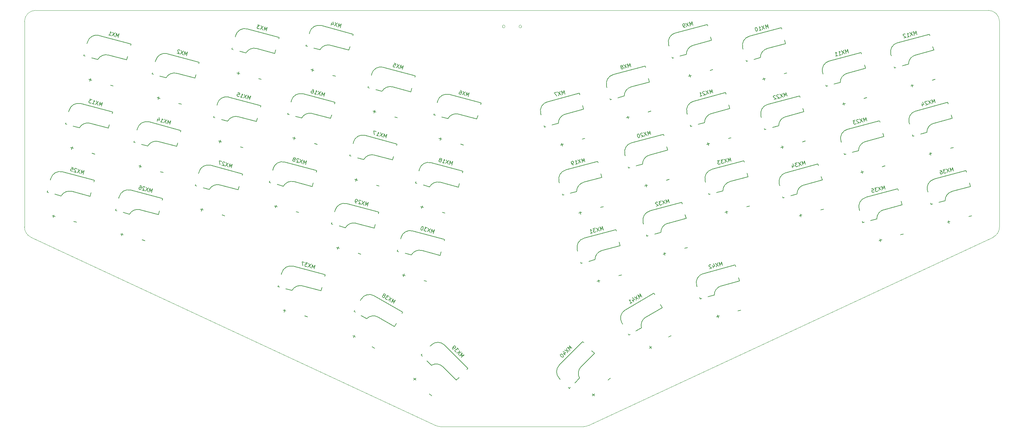
<source format=gbr>
%TF.GenerationSoftware,KiCad,Pcbnew,(5.1.6)-1*%
%TF.CreationDate,2020-07-11T10:23:58-05:00*%
%TF.ProjectId,ErgoChoco,4572676f-4368-46f6-936f-2e6b69636164,v1.0*%
%TF.SameCoordinates,Original*%
%TF.FileFunction,Legend,Bot*%
%TF.FilePolarity,Positive*%
%FSLAX46Y46*%
G04 Gerber Fmt 4.6, Leading zero omitted, Abs format (unit mm)*
G04 Created by KiCad (PCBNEW (5.1.6)-1) date 2020-07-11 10:23:58*
%MOMM*%
%LPD*%
G01*
G04 APERTURE LIST*
%TA.AperFunction,Profile*%
%ADD10C,0.050000*%
%TD*%
%ADD11C,0.150000*%
%TA.AperFunction,Profile*%
%ADD12C,0.001000*%
%TD*%
G04 APERTURE END LIST*
D10*
X276431250Y-49500000D02*
G75*
G02*
X279431250Y-52500000I0J-3000000D01*
G01*
X279431245Y-107828643D02*
G75*
G02*
X277699100Y-110547560I-2999995J3D01*
G01*
X169034025Y-161218923D02*
G75*
G02*
X167766170Y-161500000I-1267855J2718923D01*
G01*
X129096333Y-161499995D02*
G75*
G02*
X127828480Y-161218920I-3J2999995D01*
G01*
X19163395Y-110547563D02*
G75*
G02*
X17431250Y-107828640I1267855J2718923D01*
G01*
X17431250Y-52500000D02*
G75*
G02*
X20431250Y-49500000I3000000J0D01*
G01*
X17431250Y-107828640D02*
X17431250Y-52500000D01*
X127828480Y-161218920D02*
X19163400Y-110547560D01*
X167766170Y-161500000D02*
X129096330Y-161500000D01*
X277699100Y-110547560D02*
X169034020Y-161218920D01*
X279431250Y-52500000D02*
X279431250Y-107828640D01*
X20431250Y-49500000D02*
X276431250Y-49500000D01*
D11*
%TO.C,MX40*%
X163581451Y-150981708D02*
X163850859Y-151251115D01*
X169867631Y-141103426D02*
X170586051Y-141821846D01*
X170586051Y-141821846D02*
X166993949Y-145413949D01*
X166598562Y-148503413D02*
X165377503Y-149724472D01*
X164120267Y-150981708D02*
X163850859Y-151251115D01*
X161156782Y-148557038D02*
X161426190Y-148826446D01*
X161156782Y-144964936D02*
X167442962Y-138678757D01*
X167442962Y-138678757D02*
X167712369Y-138948164D01*
X166590295Y-148480000D02*
G75*
G02*
X166993949Y-145413949I2199705J1270000D01*
G01*
X161156783Y-148557039D02*
G75*
G02*
X161156782Y-144964936I1796051J1796052D01*
G01*
%TO.C,MX15*%
X68359331Y-77955118D02*
X68260721Y-78323136D01*
X80057264Y-78459969D02*
X79794304Y-79441349D01*
X79794304Y-79441349D02*
X74887400Y-78126548D01*
X72014152Y-79328865D02*
X70346155Y-78881926D01*
X68628739Y-78421746D02*
X68260721Y-78323136D01*
X69246822Y-74642959D02*
X69148212Y-75010977D01*
X72357674Y-72846908D02*
X80944754Y-75147809D01*
X80944754Y-75147809D02*
X80846144Y-75515827D01*
X72030295Y-79310000D02*
G75*
G02*
X74887400Y-78126548I2199705J-1270000D01*
G01*
X69246822Y-74642958D02*
G75*
G02*
X72357674Y-72846908I2453451J-657401D01*
G01*
D12*
%TO.C,J1*%
X150330750Y-53924500D02*
X150330750Y-53850000D01*
X150981750Y-53775500D02*
X150981750Y-53850000D01*
X150331250Y-53850000D02*
X150331250Y-53775000D01*
X150981250Y-53850000D02*
X150981250Y-53925000D01*
X145880750Y-53924500D02*
X145880750Y-53850000D01*
X146531750Y-53775500D02*
X146531750Y-53850000D01*
X145881250Y-53850000D02*
X145881250Y-53775000D01*
X146531250Y-53850000D02*
X146531250Y-53925000D01*
X150656250Y-54250000D02*
G75*
G02*
X150330750Y-53924500I0J325500D01*
G01*
X150656250Y-53450000D02*
G75*
G02*
X150981750Y-53775500I0J-325500D01*
G01*
X150331250Y-53775000D02*
G75*
G02*
X150656250Y-53450000I325000J0D01*
G01*
X150981250Y-53925000D02*
G75*
G02*
X150656250Y-54250000I-325000J0D01*
G01*
X146206250Y-54250000D02*
G75*
G02*
X145880750Y-53924500I0J325500D01*
G01*
X146206250Y-53450000D02*
G75*
G02*
X146531750Y-53775500I0J-325500D01*
G01*
X145881250Y-53775000D02*
G75*
G02*
X146206250Y-53450000I325000J0D01*
G01*
X146531250Y-53925000D02*
G75*
G02*
X146206250Y-54250000I-325000J0D01*
G01*
D11*
%TO.C,MX1*%
X33469331Y-61365118D02*
X33370721Y-61733136D01*
X45167264Y-61869969D02*
X44904304Y-62851349D01*
X44904304Y-62851349D02*
X39997400Y-61536548D01*
X37124152Y-62738865D02*
X35456155Y-62291926D01*
X33738739Y-61831746D02*
X33370721Y-61733136D01*
X34356822Y-58052959D02*
X34258212Y-58420977D01*
X37467674Y-56256908D02*
X46054754Y-58557809D01*
X46054754Y-58557809D02*
X45956144Y-58925827D01*
X37140295Y-62720000D02*
G75*
G02*
X39997400Y-61536548I2199705J-1270000D01*
G01*
X34356822Y-58052958D02*
G75*
G02*
X37467674Y-56256908I2453451J-657401D01*
G01*
%TO.C,MX2*%
X51819331Y-66275118D02*
X51720721Y-66643136D01*
X63517264Y-66779969D02*
X63254304Y-67761349D01*
X63254304Y-67761349D02*
X58347400Y-66446548D01*
X55474152Y-67648865D02*
X53806155Y-67201926D01*
X52088739Y-66741746D02*
X51720721Y-66643136D01*
X52706822Y-62962959D02*
X52608212Y-63330977D01*
X55817674Y-61166908D02*
X64404754Y-63467809D01*
X64404754Y-63467809D02*
X64306144Y-63835827D01*
X55490295Y-67630000D02*
G75*
G02*
X58347400Y-66446548I2199705J-1270000D01*
G01*
X52706822Y-62962958D02*
G75*
G02*
X55817674Y-61166908I2453451J-657401D01*
G01*
%TO.C,MX3*%
X73279331Y-59605118D02*
X73180721Y-59973136D01*
X84977264Y-60109969D02*
X84714304Y-61091349D01*
X84714304Y-61091349D02*
X79807400Y-59776548D01*
X76934152Y-60978865D02*
X75266155Y-60531926D01*
X73548739Y-60071746D02*
X73180721Y-59973136D01*
X74166822Y-56292959D02*
X74068212Y-56660977D01*
X77277674Y-54496908D02*
X85864754Y-56797809D01*
X85864754Y-56797809D02*
X85766144Y-57165827D01*
X76950295Y-60960000D02*
G75*
G02*
X79807400Y-59776548I2199705J-1270000D01*
G01*
X74166822Y-56292958D02*
G75*
G02*
X77277674Y-54496908I2453451J-657401D01*
G01*
%TO.C,MX4*%
X93179331Y-58725118D02*
X93080721Y-59093136D01*
X104877264Y-59229969D02*
X104614304Y-60211349D01*
X104614304Y-60211349D02*
X99707400Y-58896548D01*
X96834152Y-60098865D02*
X95166155Y-59651926D01*
X93448739Y-59191746D02*
X93080721Y-59093136D01*
X94066822Y-55412959D02*
X93968212Y-55780977D01*
X97177674Y-53616908D02*
X105764754Y-55917809D01*
X105764754Y-55917809D02*
X105666144Y-56285827D01*
X96850295Y-60080000D02*
G75*
G02*
X99707400Y-58896548I2199705J-1270000D01*
G01*
X94066822Y-55412958D02*
G75*
G02*
X97177674Y-53616908I2453451J-657401D01*
G01*
%TO.C,MX5*%
X109849331Y-69925118D02*
X109750721Y-70293136D01*
X121547264Y-70429969D02*
X121284304Y-71411349D01*
X121284304Y-71411349D02*
X116377400Y-70096548D01*
X113504152Y-71298865D02*
X111836155Y-70851926D01*
X110118739Y-70391746D02*
X109750721Y-70293136D01*
X110736822Y-66612959D02*
X110638212Y-66980977D01*
X113847674Y-64816908D02*
X122434754Y-67117809D01*
X122434754Y-67117809D02*
X122336144Y-67485827D01*
X113520295Y-71280000D02*
G75*
G02*
X116377400Y-70096548I2199705J-1270000D01*
G01*
X110736822Y-66612958D02*
G75*
G02*
X113847674Y-64816908I2453451J-657401D01*
G01*
%TO.C,MX6*%
X127559331Y-77255118D02*
X127460721Y-77623136D01*
X139257264Y-77759969D02*
X138994304Y-78741349D01*
X138994304Y-78741349D02*
X134087400Y-77426548D01*
X131214152Y-78628865D02*
X129546155Y-78181926D01*
X127828739Y-77721746D02*
X127460721Y-77623136D01*
X128446822Y-73942959D02*
X128348212Y-74310977D01*
X131557674Y-72146908D02*
X140144754Y-74447809D01*
X140144754Y-74447809D02*
X140046144Y-74815827D01*
X131230295Y-78610000D02*
G75*
G02*
X134087400Y-77426548I2199705J-1270000D01*
G01*
X128446822Y-73942958D02*
G75*
G02*
X131557674Y-72146908I2453451J-657401D01*
G01*
%TO.C,MX7*%
X157033411Y-80542120D02*
X157132021Y-80910138D01*
X167416543Y-75130367D02*
X167679503Y-76111748D01*
X167679503Y-76111748D02*
X162772600Y-77426548D01*
X160885452Y-79904409D02*
X159217455Y-80351348D01*
X157500039Y-80811528D02*
X157132021Y-80910138D01*
X156145920Y-77229961D02*
X156244530Y-77597978D01*
X157941972Y-74119109D02*
X166529052Y-71818207D01*
X166529052Y-71818207D02*
X166627662Y-72186225D01*
X160890000Y-79880000D02*
G75*
G02*
X162772600Y-77426548I2540000J0D01*
G01*
X156145921Y-77229960D02*
G75*
G02*
X157941972Y-74119109I2453451J657400D01*
G01*
%TO.C,MX8*%
X174743411Y-73212120D02*
X174842021Y-73580138D01*
X185126543Y-67800367D02*
X185389503Y-68781748D01*
X185389503Y-68781748D02*
X180482600Y-70096548D01*
X178595452Y-72574409D02*
X176927455Y-73021348D01*
X175210039Y-73481528D02*
X174842021Y-73580138D01*
X173855920Y-69899961D02*
X173954530Y-70267978D01*
X175651972Y-66789109D02*
X184239052Y-64488207D01*
X184239052Y-64488207D02*
X184337662Y-64856225D01*
X178600000Y-72550000D02*
G75*
G02*
X180482600Y-70096548I2540000J0D01*
G01*
X173855921Y-69899960D02*
G75*
G02*
X175651972Y-66789109I2453451J657400D01*
G01*
%TO.C,MX9*%
X191413411Y-62012120D02*
X191512021Y-62380138D01*
X201796543Y-56600367D02*
X202059503Y-57581748D01*
X202059503Y-57581748D02*
X197152600Y-58896548D01*
X195265452Y-61374409D02*
X193597455Y-61821348D01*
X191880039Y-62281528D02*
X191512021Y-62380138D01*
X190525920Y-58699961D02*
X190624530Y-59067978D01*
X192321972Y-55589109D02*
X200909052Y-53288207D01*
X200909052Y-53288207D02*
X201007662Y-53656225D01*
X195270000Y-61350000D02*
G75*
G02*
X197152600Y-58896548I2540000J0D01*
G01*
X190525921Y-58699960D02*
G75*
G02*
X192321972Y-55589109I2453451J657400D01*
G01*
%TO.C,MX10*%
X211313411Y-62892120D02*
X211412021Y-63260138D01*
X221696543Y-57480367D02*
X221959503Y-58461748D01*
X221959503Y-58461748D02*
X217052600Y-59776548D01*
X215165452Y-62254409D02*
X213497455Y-62701348D01*
X211780039Y-63161528D02*
X211412021Y-63260138D01*
X210425920Y-59579961D02*
X210524530Y-59947978D01*
X212221972Y-56469109D02*
X220809052Y-54168207D01*
X220809052Y-54168207D02*
X220907662Y-54536225D01*
X215170000Y-62230000D02*
G75*
G02*
X217052600Y-59776548I2540000J0D01*
G01*
X210425921Y-59579960D02*
G75*
G02*
X212221972Y-56469109I2453451J657400D01*
G01*
%TO.C,MX11*%
X232773411Y-69562120D02*
X232872021Y-69930138D01*
X243156543Y-64150367D02*
X243419503Y-65131748D01*
X243419503Y-65131748D02*
X238512600Y-66446548D01*
X236625452Y-68924409D02*
X234957455Y-69371348D01*
X233240039Y-69831528D02*
X232872021Y-69930138D01*
X231885920Y-66249961D02*
X231984530Y-66617978D01*
X233681972Y-63139109D02*
X242269052Y-60838207D01*
X242269052Y-60838207D02*
X242367662Y-61206225D01*
X236630000Y-68900000D02*
G75*
G02*
X238512600Y-66446548I2540000J0D01*
G01*
X231885921Y-66249960D02*
G75*
G02*
X233681972Y-63139109I2453451J657400D01*
G01*
%TO.C,MX12*%
X251123411Y-64652120D02*
X251222021Y-65020138D01*
X261506543Y-59240367D02*
X261769503Y-60221748D01*
X261769503Y-60221748D02*
X256862600Y-61536548D01*
X254975452Y-64014409D02*
X253307455Y-64461348D01*
X251590039Y-64921528D02*
X251222021Y-65020138D01*
X250235920Y-61339961D02*
X250334530Y-61707978D01*
X252031972Y-58229109D02*
X260619052Y-55928207D01*
X260619052Y-55928207D02*
X260717662Y-56296225D01*
X254980000Y-63990000D02*
G75*
G02*
X256862600Y-61536548I2540000J0D01*
G01*
X250235921Y-61339960D02*
G75*
G02*
X252031972Y-58229109I2453451J657400D01*
G01*
%TO.C,MX13*%
X28549331Y-79715118D02*
X28450721Y-80083136D01*
X40247264Y-80219969D02*
X39984304Y-81201349D01*
X39984304Y-81201349D02*
X35077400Y-79886548D01*
X32204152Y-81088865D02*
X30536155Y-80641926D01*
X28818739Y-80181746D02*
X28450721Y-80083136D01*
X29436822Y-76402959D02*
X29338212Y-76770977D01*
X32547674Y-74606908D02*
X41134754Y-76907809D01*
X41134754Y-76907809D02*
X41036144Y-77275827D01*
X32220295Y-81070000D02*
G75*
G02*
X35077400Y-79886548I2199705J-1270000D01*
G01*
X29436822Y-76402958D02*
G75*
G02*
X32547674Y-74606908I2453451J-657401D01*
G01*
%TO.C,MX14*%
X46899331Y-84635118D02*
X46800721Y-85003136D01*
X58597264Y-85139969D02*
X58334304Y-86121349D01*
X58334304Y-86121349D02*
X53427400Y-84806548D01*
X50554152Y-86008865D02*
X48886155Y-85561926D01*
X47168739Y-85101746D02*
X46800721Y-85003136D01*
X47786822Y-81322959D02*
X47688212Y-81690977D01*
X50897674Y-79526908D02*
X59484754Y-81827809D01*
X59484754Y-81827809D02*
X59386144Y-82195827D01*
X50570295Y-85990000D02*
G75*
G02*
X53427400Y-84806548I2199705J-1270000D01*
G01*
X47786822Y-81322958D02*
G75*
G02*
X50897674Y-79526908I2453451J-657401D01*
G01*
%TO.C,MX16*%
X88269331Y-77085118D02*
X88170721Y-77453136D01*
X99967264Y-77589969D02*
X99704304Y-78571349D01*
X99704304Y-78571349D02*
X94797400Y-77256548D01*
X91924152Y-78458865D02*
X90256155Y-78011926D01*
X88538739Y-77551746D02*
X88170721Y-77453136D01*
X89156822Y-73772959D02*
X89058212Y-74140977D01*
X92267674Y-71976908D02*
X100854754Y-74277809D01*
X100854754Y-74277809D02*
X100756144Y-74645827D01*
X91940295Y-78440000D02*
G75*
G02*
X94797400Y-77256548I2199705J-1270000D01*
G01*
X89156822Y-73772958D02*
G75*
G02*
X92267674Y-71976908I2453451J-657401D01*
G01*
%TO.C,MX17*%
X104939331Y-88275118D02*
X104840721Y-88643136D01*
X116637264Y-88779969D02*
X116374304Y-89761349D01*
X116374304Y-89761349D02*
X111467400Y-88446548D01*
X108594152Y-89648865D02*
X106926155Y-89201926D01*
X105208739Y-88741746D02*
X104840721Y-88643136D01*
X105826822Y-84962959D02*
X105728212Y-85330977D01*
X108937674Y-83166908D02*
X117524754Y-85467809D01*
X117524754Y-85467809D02*
X117426144Y-85835827D01*
X108610295Y-89630000D02*
G75*
G02*
X111467400Y-88446548I2199705J-1270000D01*
G01*
X105826822Y-84962958D02*
G75*
G02*
X108937674Y-83166908I2453451J-657401D01*
G01*
%TO.C,MX18*%
X122639331Y-95605118D02*
X122540721Y-95973136D01*
X134337264Y-96109969D02*
X134074304Y-97091349D01*
X134074304Y-97091349D02*
X129167400Y-95776548D01*
X126294152Y-96978865D02*
X124626155Y-96531926D01*
X122908739Y-96071746D02*
X122540721Y-95973136D01*
X123526822Y-92292959D02*
X123428212Y-92660977D01*
X126637674Y-90496908D02*
X135224754Y-92797809D01*
X135224754Y-92797809D02*
X135126144Y-93165827D01*
X126310295Y-96960000D02*
G75*
G02*
X129167400Y-95776548I2199705J-1270000D01*
G01*
X123526822Y-92292958D02*
G75*
G02*
X126637674Y-90496908I2453451J-657401D01*
G01*
%TO.C,MX19*%
X161953411Y-98892120D02*
X162052021Y-99260138D01*
X172336543Y-93480367D02*
X172599503Y-94461748D01*
X172599503Y-94461748D02*
X167692600Y-95776548D01*
X165805452Y-98254409D02*
X164137455Y-98701348D01*
X162420039Y-99161528D02*
X162052021Y-99260138D01*
X161065920Y-95579961D02*
X161164530Y-95947978D01*
X162861972Y-92469109D02*
X171449052Y-90168207D01*
X171449052Y-90168207D02*
X171547662Y-90536225D01*
X165810000Y-98230000D02*
G75*
G02*
X167692600Y-95776548I2540000J0D01*
G01*
X161065921Y-95579960D02*
G75*
G02*
X162861972Y-92469109I2453451J657400D01*
G01*
%TO.C,MX20*%
X179653411Y-91562120D02*
X179752021Y-91930138D01*
X190036543Y-86150367D02*
X190299503Y-87131748D01*
X190299503Y-87131748D02*
X185392600Y-88446548D01*
X183505452Y-90924409D02*
X181837455Y-91371348D01*
X180120039Y-91831528D02*
X179752021Y-91930138D01*
X178765920Y-88249961D02*
X178864530Y-88617978D01*
X180561972Y-85139109D02*
X189149052Y-82838207D01*
X189149052Y-82838207D02*
X189247662Y-83206225D01*
X183510000Y-90900000D02*
G75*
G02*
X185392600Y-88446548I2540000J0D01*
G01*
X178765921Y-88249960D02*
G75*
G02*
X180561972Y-85139109I2453451J657400D01*
G01*
%TO.C,MX21*%
X196323411Y-80372120D02*
X196422021Y-80740138D01*
X206706543Y-74960367D02*
X206969503Y-75941748D01*
X206969503Y-75941748D02*
X202062600Y-77256548D01*
X200175452Y-79734409D02*
X198507455Y-80181348D01*
X196790039Y-80641528D02*
X196422021Y-80740138D01*
X195435920Y-77059961D02*
X195534530Y-77427978D01*
X197231972Y-73949109D02*
X205819052Y-71648207D01*
X205819052Y-71648207D02*
X205917662Y-72016225D01*
X200180000Y-79710000D02*
G75*
G02*
X202062600Y-77256548I2540000J0D01*
G01*
X195435921Y-77059960D02*
G75*
G02*
X197231972Y-73949109I2453451J657400D01*
G01*
%TO.C,MX22*%
X216233411Y-81242120D02*
X216332021Y-81610138D01*
X226616543Y-75830367D02*
X226879503Y-76811748D01*
X226879503Y-76811748D02*
X221972600Y-78126548D01*
X220085452Y-80604409D02*
X218417455Y-81051348D01*
X216700039Y-81511528D02*
X216332021Y-81610138D01*
X215345920Y-77929961D02*
X215444530Y-78297978D01*
X217141972Y-74819109D02*
X225729052Y-72518207D01*
X225729052Y-72518207D02*
X225827662Y-72886225D01*
X220090000Y-80580000D02*
G75*
G02*
X221972600Y-78126548I2540000J0D01*
G01*
X215345921Y-77929960D02*
G75*
G02*
X217141972Y-74819109I2453451J657400D01*
G01*
%TO.C,MX23*%
X237693411Y-87922120D02*
X237792021Y-88290138D01*
X248076543Y-82510367D02*
X248339503Y-83491748D01*
X248339503Y-83491748D02*
X243432600Y-84806548D01*
X241545452Y-87284409D02*
X239877455Y-87731348D01*
X238160039Y-88191528D02*
X237792021Y-88290138D01*
X236805920Y-84609961D02*
X236904530Y-84977978D01*
X238601972Y-81499109D02*
X247189052Y-79198207D01*
X247189052Y-79198207D02*
X247287662Y-79566225D01*
X241550000Y-87260000D02*
G75*
G02*
X243432600Y-84806548I2540000J0D01*
G01*
X236805921Y-84609960D02*
G75*
G02*
X238601972Y-81499109I2453451J657400D01*
G01*
%TO.C,MX24*%
X256043411Y-83002120D02*
X256142021Y-83370138D01*
X266426543Y-77590367D02*
X266689503Y-78571748D01*
X266689503Y-78571748D02*
X261782600Y-79886548D01*
X259895452Y-82364409D02*
X258227455Y-82811348D01*
X256510039Y-83271528D02*
X256142021Y-83370138D01*
X255155920Y-79689961D02*
X255254530Y-80057978D01*
X256951972Y-76579109D02*
X265539052Y-74278207D01*
X265539052Y-74278207D02*
X265637662Y-74646225D01*
X259900000Y-82340000D02*
G75*
G02*
X261782600Y-79886548I2540000J0D01*
G01*
X255155921Y-79689960D02*
G75*
G02*
X256951972Y-76579109I2453451J657400D01*
G01*
%TO.C,MX25*%
X23629331Y-98065118D02*
X23530721Y-98433136D01*
X35327264Y-98569969D02*
X35064304Y-99551349D01*
X35064304Y-99551349D02*
X30157400Y-98236548D01*
X27284152Y-99438865D02*
X25616155Y-98991926D01*
X23898739Y-98531746D02*
X23530721Y-98433136D01*
X24516822Y-94752959D02*
X24418212Y-95120977D01*
X27627674Y-92956908D02*
X36214754Y-95257809D01*
X36214754Y-95257809D02*
X36116144Y-95625827D01*
X27300295Y-99420000D02*
G75*
G02*
X30157400Y-98236548I2199705J-1270000D01*
G01*
X24516822Y-94752958D02*
G75*
G02*
X27627674Y-92956908I2453451J-657401D01*
G01*
%TO.C,MX26*%
X41989331Y-102985118D02*
X41890721Y-103353136D01*
X53687264Y-103489969D02*
X53424304Y-104471349D01*
X53424304Y-104471349D02*
X48517400Y-103156548D01*
X45644152Y-104358865D02*
X43976155Y-103911926D01*
X42258739Y-103451746D02*
X41890721Y-103353136D01*
X42876822Y-99672959D02*
X42778212Y-100040977D01*
X45987674Y-97876908D02*
X54574754Y-100177809D01*
X54574754Y-100177809D02*
X54476144Y-100545827D01*
X45660295Y-104340000D02*
G75*
G02*
X48517400Y-103156548I2199705J-1270000D01*
G01*
X42876822Y-99672958D02*
G75*
G02*
X45987674Y-97876908I2453451J-657401D01*
G01*
%TO.C,MX27*%
X63439331Y-96315118D02*
X63340721Y-96683136D01*
X75137264Y-96819969D02*
X74874304Y-97801349D01*
X74874304Y-97801349D02*
X69967400Y-96486548D01*
X67094152Y-97688865D02*
X65426155Y-97241926D01*
X63708739Y-96781746D02*
X63340721Y-96683136D01*
X64326822Y-93002959D02*
X64228212Y-93370977D01*
X67437674Y-91206908D02*
X76024754Y-93507809D01*
X76024754Y-93507809D02*
X75926144Y-93875827D01*
X67110295Y-97670000D02*
G75*
G02*
X69967400Y-96486548I2199705J-1270000D01*
G01*
X64326822Y-93002958D02*
G75*
G02*
X67437674Y-91206908I2453451J-657401D01*
G01*
%TO.C,MX28*%
X83349331Y-95435118D02*
X83250721Y-95803136D01*
X95047264Y-95939969D02*
X94784304Y-96921349D01*
X94784304Y-96921349D02*
X89877400Y-95606548D01*
X87004152Y-96808865D02*
X85336155Y-96361926D01*
X83618739Y-95901746D02*
X83250721Y-95803136D01*
X84236822Y-92122959D02*
X84138212Y-92490977D01*
X87347674Y-90326908D02*
X95934754Y-92627809D01*
X95934754Y-92627809D02*
X95836144Y-92995827D01*
X87020295Y-96790000D02*
G75*
G02*
X89877400Y-95606548I2199705J-1270000D01*
G01*
X84236822Y-92122958D02*
G75*
G02*
X87347674Y-90326908I2453451J-657401D01*
G01*
%TO.C,MX29*%
X100019331Y-106625118D02*
X99920721Y-106993136D01*
X111717264Y-107129969D02*
X111454304Y-108111349D01*
X111454304Y-108111349D02*
X106547400Y-106796548D01*
X103674152Y-107998865D02*
X102006155Y-107551926D01*
X100288739Y-107091746D02*
X99920721Y-106993136D01*
X100906822Y-103312959D02*
X100808212Y-103680977D01*
X104017674Y-101516908D02*
X112604754Y-103817809D01*
X112604754Y-103817809D02*
X112506144Y-104185827D01*
X103690295Y-107980000D02*
G75*
G02*
X106547400Y-106796548I2199705J-1270000D01*
G01*
X100906822Y-103312958D02*
G75*
G02*
X104017674Y-101516908I2453451J-657401D01*
G01*
%TO.C,MX30*%
X117719331Y-113965118D02*
X117620721Y-114333136D01*
X129417264Y-114469969D02*
X129154304Y-115451349D01*
X129154304Y-115451349D02*
X124247400Y-114136548D01*
X121374152Y-115338865D02*
X119706155Y-114891926D01*
X117988739Y-114431746D02*
X117620721Y-114333136D01*
X118606822Y-110652959D02*
X118508212Y-111020977D01*
X121717674Y-108856908D02*
X130304754Y-111157809D01*
X130304754Y-111157809D02*
X130206144Y-111525827D01*
X121390295Y-115320000D02*
G75*
G02*
X124247400Y-114136548I2199705J-1270000D01*
G01*
X118606822Y-110652958D02*
G75*
G02*
X121717674Y-108856908I2453451J-657401D01*
G01*
%TO.C,MX31*%
X166873411Y-117252120D02*
X166972021Y-117620138D01*
X177256543Y-111840367D02*
X177519503Y-112821748D01*
X177519503Y-112821748D02*
X172612600Y-114136548D01*
X170725452Y-116614409D02*
X169057455Y-117061348D01*
X167340039Y-117521528D02*
X166972021Y-117620138D01*
X165985920Y-113939961D02*
X166084530Y-114307978D01*
X167781972Y-110829109D02*
X176369052Y-108528207D01*
X176369052Y-108528207D02*
X176467662Y-108896225D01*
X170730000Y-116590000D02*
G75*
G02*
X172612600Y-114136548I2540000J0D01*
G01*
X165985921Y-113939960D02*
G75*
G02*
X167781972Y-110829109I2453451J657400D01*
G01*
%TO.C,MX32*%
X184573411Y-109912120D02*
X184672021Y-110280138D01*
X194956543Y-104500367D02*
X195219503Y-105481748D01*
X195219503Y-105481748D02*
X190312600Y-106796548D01*
X188425452Y-109274409D02*
X186757455Y-109721348D01*
X185040039Y-110181528D02*
X184672021Y-110280138D01*
X183685920Y-106599961D02*
X183784530Y-106967978D01*
X185481972Y-103489109D02*
X194069052Y-101188207D01*
X194069052Y-101188207D02*
X194167662Y-101556225D01*
X188430000Y-109250000D02*
G75*
G02*
X190312600Y-106796548I2540000J0D01*
G01*
X183685921Y-106599960D02*
G75*
G02*
X185481972Y-103489109I2453451J657400D01*
G01*
%TO.C,MX33*%
X201243411Y-98722120D02*
X201342021Y-99090138D01*
X211626543Y-93310367D02*
X211889503Y-94291748D01*
X211889503Y-94291748D02*
X206982600Y-95606548D01*
X205095452Y-98084409D02*
X203427455Y-98531348D01*
X201710039Y-98991528D02*
X201342021Y-99090138D01*
X200355920Y-95409961D02*
X200454530Y-95777978D01*
X202151972Y-92299109D02*
X210739052Y-89998207D01*
X210739052Y-89998207D02*
X210837662Y-90366225D01*
X205100000Y-98060000D02*
G75*
G02*
X206982600Y-95606548I2540000J0D01*
G01*
X200355921Y-95409960D02*
G75*
G02*
X202151972Y-92299109I2453451J657400D01*
G01*
%TO.C,MX34*%
X221153411Y-99602120D02*
X221252021Y-99970138D01*
X231536543Y-94190367D02*
X231799503Y-95171748D01*
X231799503Y-95171748D02*
X226892600Y-96486548D01*
X225005452Y-98964409D02*
X223337455Y-99411348D01*
X221620039Y-99871528D02*
X221252021Y-99970138D01*
X220265920Y-96289961D02*
X220364530Y-96657978D01*
X222061972Y-93179109D02*
X230649052Y-90878207D01*
X230649052Y-90878207D02*
X230747662Y-91246225D01*
X225010000Y-98940000D02*
G75*
G02*
X226892600Y-96486548I2540000J0D01*
G01*
X220265921Y-96289960D02*
G75*
G02*
X222061972Y-93179109I2453451J657400D01*
G01*
%TO.C,MX35*%
X242603411Y-106272120D02*
X242702021Y-106640138D01*
X252986543Y-100860367D02*
X253249503Y-101841748D01*
X253249503Y-101841748D02*
X248342600Y-103156548D01*
X246455452Y-105634409D02*
X244787455Y-106081348D01*
X243070039Y-106541528D02*
X242702021Y-106640138D01*
X241715920Y-102959961D02*
X241814530Y-103327978D01*
X243511972Y-99849109D02*
X252099052Y-97548207D01*
X252099052Y-97548207D02*
X252197662Y-97916225D01*
X246460000Y-105610000D02*
G75*
G02*
X248342600Y-103156548I2540000J0D01*
G01*
X241715921Y-102959960D02*
G75*
G02*
X243511972Y-99849109I2453451J657400D01*
G01*
%TO.C,MX36*%
X260963411Y-101352120D02*
X261062021Y-101720138D01*
X271346543Y-95940367D02*
X271609503Y-96921748D01*
X271609503Y-96921748D02*
X266702600Y-98236548D01*
X264815452Y-100714409D02*
X263147455Y-101161348D01*
X261430039Y-101621528D02*
X261062021Y-101720138D01*
X260075920Y-98039961D02*
X260174530Y-98407978D01*
X261871972Y-94929109D02*
X270459052Y-92628207D01*
X270459052Y-92628207D02*
X270557662Y-92996225D01*
X264820000Y-100690000D02*
G75*
G02*
X266702600Y-98236548I2540000J0D01*
G01*
X260075921Y-98039960D02*
G75*
G02*
X261871972Y-94929109I2453451J657400D01*
G01*
%TO.C,MX37*%
X85669331Y-123485118D02*
X85570721Y-123853136D01*
X97367264Y-123989969D02*
X97104304Y-124971349D01*
X97104304Y-124971349D02*
X92197400Y-123656548D01*
X89324152Y-124858865D02*
X87656155Y-124411926D01*
X85938739Y-123951746D02*
X85570721Y-123853136D01*
X86556822Y-120172959D02*
X86458212Y-120540977D01*
X89667674Y-118376908D02*
X98254754Y-120677809D01*
X98254754Y-120677809D02*
X98156144Y-121045827D01*
X89340295Y-124840000D02*
G75*
G02*
X92197400Y-123656548I2199705J-1270000D01*
G01*
X86556822Y-120172958D02*
G75*
G02*
X89667674Y-118376908I2453451J-657401D01*
G01*
%TO.C,MX38*%
X106198739Y-130205118D02*
X106008239Y-130535074D01*
X117367409Y-133720414D02*
X116859409Y-134600295D01*
X116859409Y-134600295D02*
X112460000Y-132060295D01*
X109373473Y-132477993D02*
X107877988Y-131614574D01*
X106338194Y-130725574D02*
X106008239Y-130535074D01*
X107913239Y-127235517D02*
X107722739Y-127565473D01*
X111382943Y-126305813D02*
X119081909Y-130750813D01*
X119081909Y-130750813D02*
X118891409Y-131080768D01*
X109393949Y-132463949D02*
G75*
G02*
X112460000Y-132060295I1796051J-1796051D01*
G01*
X107913239Y-127235517D02*
G75*
G02*
X111382943Y-126305813I2199704J-1270000D01*
G01*
%TO.C,MX39*%
X124298292Y-142001451D02*
X124028885Y-142270859D01*
X134176574Y-148287631D02*
X133458154Y-149006051D01*
X133458154Y-149006051D02*
X129866051Y-145413949D01*
X126776587Y-145018562D02*
X125555528Y-143797503D01*
X124298292Y-142540267D02*
X124028885Y-142270859D01*
X126722962Y-139576782D02*
X126453554Y-139846190D01*
X130315064Y-139576782D02*
X136601243Y-145862962D01*
X136601243Y-145862962D02*
X136331836Y-146132369D01*
X126800000Y-145010295D02*
G75*
G02*
X129866051Y-145413949I1270000J-2199705D01*
G01*
X126722961Y-139576783D02*
G75*
G02*
X130315064Y-139576782I1796052J-1796051D01*
G01*
%TO.C,MX41*%
X179662739Y-136555118D02*
X179853239Y-136885074D01*
X188291409Y-128640414D02*
X188799409Y-129520295D01*
X188799409Y-129520295D02*
X184400000Y-132060295D01*
X183218473Y-134942155D02*
X181722988Y-135805574D01*
X180183194Y-136694574D02*
X179853239Y-136885074D01*
X177948239Y-133585517D02*
X178138739Y-133915473D01*
X178877943Y-130115813D02*
X186576909Y-125670813D01*
X186576909Y-125670813D02*
X186767409Y-126000768D01*
X183216548Y-134917400D02*
G75*
G02*
X184400000Y-132060295I2453452J657400D01*
G01*
X177948239Y-133585517D02*
G75*
G02*
X178877943Y-130115813I2199704J1270000D01*
G01*
%TO.C,MX42*%
X198923411Y-126772120D02*
X199022021Y-127140138D01*
X209306543Y-121360367D02*
X209569503Y-122341748D01*
X209569503Y-122341748D02*
X204662600Y-123656548D01*
X202775452Y-126134409D02*
X201107455Y-126581348D01*
X199390039Y-127041528D02*
X199022021Y-127140138D01*
X198035920Y-123459961D02*
X198134530Y-123827978D01*
X199831972Y-120349109D02*
X208419052Y-118048207D01*
X208419052Y-118048207D02*
X208517662Y-118416225D01*
X202780000Y-126110000D02*
G75*
G02*
X204662600Y-123656548I2540000J0D01*
G01*
X198035921Y-123459960D02*
G75*
G02*
X199831972Y-120349109I2453451J657400D01*
G01*
%TD*%
%TO.C,MX40*%
X164518570Y-140446860D02*
X163811463Y-139739754D01*
X164080837Y-140480532D01*
X163340059Y-140211158D01*
X164047165Y-140918265D01*
X163070685Y-140480532D02*
X163306387Y-141659043D01*
X162599280Y-140951937D02*
X163777791Y-141187639D01*
X162262563Y-141760059D02*
X162733967Y-142231463D01*
X162161547Y-141322326D02*
X162834982Y-141659043D01*
X162397250Y-142096776D01*
X161521784Y-142029433D02*
X161454441Y-142096776D01*
X161420769Y-142197791D01*
X161420769Y-142265135D01*
X161454441Y-142366150D01*
X161555456Y-142534509D01*
X161723815Y-142702868D01*
X161892173Y-142803883D01*
X161993189Y-142837555D01*
X162060532Y-142837555D01*
X162161547Y-142803883D01*
X162228891Y-142736539D01*
X162262563Y-142635524D01*
X162262563Y-142568181D01*
X162228891Y-142467165D01*
X162127876Y-142298807D01*
X161959517Y-142130448D01*
X161791158Y-142029433D01*
X161690143Y-141995761D01*
X161622799Y-141995761D01*
X161521784Y-142029433D01*
X174284556Y-149000663D02*
X174823304Y-148461915D01*
X170041915Y-153243304D02*
X170580663Y-152704556D01*
X170580663Y-153243304D02*
X170041915Y-152704556D01*
%TO.C,MX15*%
X77951335Y-73499262D02*
X78210154Y-72533337D01*
X77703308Y-73137011D01*
X77566204Y-72360791D01*
X77307384Y-73326716D01*
X77198232Y-72262193D02*
X76295462Y-73055573D01*
X76554281Y-72089647D02*
X76939413Y-73228119D01*
X75421529Y-72821403D02*
X75973487Y-72969300D01*
X75697508Y-72895351D02*
X75956327Y-71929426D01*
X76011346Y-72092064D01*
X76078689Y-72208707D01*
X76158358Y-72279353D01*
X74806415Y-71621308D02*
X75266380Y-71744555D01*
X75189129Y-72216844D01*
X75155458Y-72158523D01*
X75075789Y-72087877D01*
X74845807Y-72026254D01*
X74741489Y-72047601D01*
X74683168Y-72081272D01*
X74612522Y-72160941D01*
X74550899Y-72390923D01*
X74572246Y-72495241D01*
X74605918Y-72553562D01*
X74685586Y-72624208D01*
X74915568Y-72685831D01*
X75019886Y-72664484D01*
X75078207Y-72630812D01*
X75426518Y-86233756D02*
X76162461Y-86430952D01*
X69630963Y-84680842D02*
X70366906Y-84878038D01*
X69900337Y-85147412D02*
X70097532Y-84411468D01*
%TO.C,MX1*%
X42601370Y-56786015D02*
X42860189Y-55820089D01*
X42353343Y-56423763D01*
X42216239Y-55647543D01*
X41957420Y-56613469D01*
X41848267Y-55548946D02*
X40945497Y-56342325D01*
X41204317Y-55376400D02*
X41589448Y-56514872D01*
X40071565Y-56108156D02*
X40623522Y-56256052D01*
X40347543Y-56182104D02*
X40606362Y-55216178D01*
X40661381Y-55378817D01*
X40728725Y-55495460D01*
X40808393Y-55566105D01*
X40536518Y-69643756D02*
X41272461Y-69840952D01*
X34740963Y-68090842D02*
X35476906Y-68288038D01*
X35010337Y-68557412D02*
X35207532Y-67821468D01*
%TO.C,MX2*%
X60951370Y-61696015D02*
X61210189Y-60730089D01*
X60703343Y-61333763D01*
X60566239Y-60557543D01*
X60307420Y-61523469D01*
X60198267Y-60458946D02*
X59295497Y-61252325D01*
X59554317Y-60286400D02*
X59939448Y-61424872D01*
X59207692Y-60292120D02*
X59174020Y-60233798D01*
X59094352Y-60163153D01*
X58864370Y-60101529D01*
X58760052Y-60122876D01*
X58701731Y-60156548D01*
X58631085Y-60236216D01*
X58606435Y-60328209D01*
X58615458Y-60478523D01*
X59019519Y-61178377D01*
X58421565Y-61018156D01*
X58886518Y-74553756D02*
X59622461Y-74750952D01*
X53090963Y-73000842D02*
X53826906Y-73198038D01*
X53360337Y-73467412D02*
X53557532Y-72731468D01*
%TO.C,MX3*%
X82411370Y-55026015D02*
X82670189Y-54060089D01*
X82163343Y-54663763D01*
X82026239Y-53887543D01*
X81767420Y-54853469D01*
X81658267Y-53788946D02*
X80755497Y-54582325D01*
X81014317Y-53616400D02*
X81399448Y-54754872D01*
X80738338Y-53542451D02*
X80140384Y-53382230D01*
X80363761Y-53836475D01*
X80225772Y-53799501D01*
X80121454Y-53820848D01*
X80063133Y-53854519D01*
X79992487Y-53934188D01*
X79930863Y-54164170D01*
X79952210Y-54268488D01*
X79985882Y-54326809D01*
X80065550Y-54397455D01*
X80341529Y-54471403D01*
X80445847Y-54450056D01*
X80504168Y-54416384D01*
X80346518Y-67883756D02*
X81082461Y-68080952D01*
X74550963Y-66330842D02*
X75286906Y-66528038D01*
X74820337Y-66797412D02*
X75017532Y-66061468D01*
%TO.C,MX4*%
X102311370Y-54146015D02*
X102570189Y-53180089D01*
X102063343Y-53783763D01*
X101926239Y-53007543D01*
X101667420Y-53973469D01*
X101558267Y-52908946D02*
X100655497Y-53702325D01*
X100914317Y-52736400D02*
X101299448Y-53874872D01*
X100046104Y-52848855D02*
X99873558Y-53492805D01*
X100374684Y-52542507D02*
X100419795Y-53294077D01*
X99821841Y-53133856D01*
X100246518Y-67003756D02*
X100982461Y-67200952D01*
X94450963Y-65450842D02*
X95186906Y-65648038D01*
X94720337Y-65917412D02*
X94917532Y-65181468D01*
%TO.C,MX5*%
X118981370Y-65346015D02*
X119240189Y-64380089D01*
X118733343Y-64983763D01*
X118596239Y-64207543D01*
X118337420Y-65173469D01*
X118228267Y-64108946D02*
X117325497Y-64902325D01*
X117584317Y-63936400D02*
X117969448Y-65074872D01*
X116756380Y-63714555D02*
X117216345Y-63837802D01*
X117139094Y-64310091D01*
X117105422Y-64251770D01*
X117025754Y-64181124D01*
X116795772Y-64119501D01*
X116691454Y-64140848D01*
X116633133Y-64174519D01*
X116562487Y-64254188D01*
X116500863Y-64484170D01*
X116522210Y-64588488D01*
X116555882Y-64646809D01*
X116635550Y-64717455D01*
X116865533Y-64779078D01*
X116969850Y-64757731D01*
X117028172Y-64724060D01*
X116916518Y-78203756D02*
X117652461Y-78400952D01*
X111120963Y-76650842D02*
X111856906Y-76848038D01*
X111390337Y-77117412D02*
X111587532Y-76381468D01*
%TO.C,MX6*%
X136691370Y-72676015D02*
X136950189Y-71710089D01*
X136443343Y-72313763D01*
X136306239Y-71537543D01*
X136047420Y-72503469D01*
X135938267Y-71438946D02*
X135035497Y-72232325D01*
X135294317Y-71266400D02*
X135679448Y-72404872D01*
X134512377Y-71056879D02*
X134696362Y-71106178D01*
X134776031Y-71176824D01*
X134809702Y-71235145D01*
X134864721Y-71397784D01*
X134861419Y-71594095D01*
X134762821Y-71962067D01*
X134692175Y-72041735D01*
X134633854Y-72075407D01*
X134529536Y-72096754D01*
X134345550Y-72047455D01*
X134265882Y-71976809D01*
X134232210Y-71918488D01*
X134210863Y-71814170D01*
X134272487Y-71584188D01*
X134343133Y-71504519D01*
X134401454Y-71470848D01*
X134505772Y-71449501D01*
X134689758Y-71498800D01*
X134769426Y-71569445D01*
X134803098Y-71627767D01*
X134824445Y-71732084D01*
X134626518Y-85533756D02*
X135362461Y-85730952D01*
X128830963Y-83980842D02*
X129566906Y-84178038D01*
X129100337Y-84447412D02*
X129297532Y-83711468D01*
%TO.C,MX7*%
X162652438Y-72010481D02*
X162393619Y-71044555D01*
X162256514Y-71820775D01*
X161749668Y-71217101D01*
X162008487Y-72183027D01*
X161381697Y-71315699D02*
X160996565Y-72454170D01*
X160737746Y-71488245D02*
X161640516Y-72281624D01*
X160461767Y-71562193D02*
X159817817Y-71734739D01*
X160490604Y-72589742D01*
X167293093Y-84178038D02*
X168029036Y-83980842D01*
X161497538Y-85730952D02*
X162233481Y-85533756D01*
X161964107Y-86000326D02*
X161766912Y-85264382D01*
%TO.C,MX8*%
X180362438Y-64680481D02*
X180103619Y-63714555D01*
X179966514Y-64490775D01*
X179459668Y-63887101D01*
X179718487Y-64853027D01*
X179091697Y-63985699D02*
X178706565Y-65124170D01*
X178447746Y-64158245D02*
X179350516Y-64951624D01*
X178052707Y-64707785D02*
X178132376Y-64637139D01*
X178166047Y-64578818D01*
X178187394Y-64474500D01*
X178175070Y-64428503D01*
X178104424Y-64348835D01*
X178046103Y-64315163D01*
X177941785Y-64293816D01*
X177757799Y-64343115D01*
X177678131Y-64413761D01*
X177644459Y-64472082D01*
X177623112Y-64576400D01*
X177635437Y-64622397D01*
X177706083Y-64702065D01*
X177764404Y-64735736D01*
X177868721Y-64757084D01*
X178052707Y-64707785D01*
X178157025Y-64729132D01*
X178215346Y-64762803D01*
X178285992Y-64842472D01*
X178335291Y-65026458D01*
X178313944Y-65130775D01*
X178280272Y-65189096D01*
X178200604Y-65259742D01*
X178016618Y-65309041D01*
X177912300Y-65287694D01*
X177853979Y-65254022D01*
X177783333Y-65174354D01*
X177734034Y-64990368D01*
X177755382Y-64886051D01*
X177789053Y-64827729D01*
X177868721Y-64757084D01*
X185003093Y-76848038D02*
X185739036Y-76650842D01*
X179207538Y-78400952D02*
X179943481Y-78203756D01*
X179674107Y-78670326D02*
X179476912Y-77934382D01*
%TO.C,MX9*%
X197032438Y-53480481D02*
X196773619Y-52514555D01*
X196636514Y-53290775D01*
X196129668Y-52687101D01*
X196388487Y-53653027D01*
X195761697Y-52785699D02*
X195376565Y-53924170D01*
X195117746Y-52958245D02*
X196020516Y-53751624D01*
X194962597Y-54035093D02*
X194778611Y-54084392D01*
X194674293Y-54063045D01*
X194615972Y-54029373D01*
X194487005Y-53916033D01*
X194391710Y-53744372D01*
X194293112Y-53376400D01*
X194314459Y-53272082D01*
X194348131Y-53213761D01*
X194427799Y-53143115D01*
X194611785Y-53093816D01*
X194716103Y-53115163D01*
X194774424Y-53148835D01*
X194845070Y-53228503D01*
X194906693Y-53458486D01*
X194885346Y-53562803D01*
X194851674Y-53621125D01*
X194772006Y-53691771D01*
X194588020Y-53741069D01*
X194483703Y-53719722D01*
X194425382Y-53686051D01*
X194354736Y-53606382D01*
X201673093Y-65648038D02*
X202409036Y-65450842D01*
X195877538Y-67200952D02*
X196613481Y-67003756D01*
X196344107Y-67470326D02*
X196146912Y-66734382D01*
%TO.C,MX10*%
X217392403Y-54237233D02*
X217133584Y-53271308D01*
X216996479Y-54047528D01*
X216489633Y-53443854D01*
X216748452Y-54409779D01*
X216121661Y-53542451D02*
X215736530Y-54680923D01*
X215477711Y-53714997D02*
X216380480Y-54508377D01*
X214862597Y-54915093D02*
X215414554Y-54767196D01*
X215138576Y-54841145D02*
X214879757Y-53875219D01*
X215008724Y-53988559D01*
X215125366Y-54055902D01*
X215229684Y-54077249D01*
X214005824Y-54109388D02*
X213913831Y-54134038D01*
X213834163Y-54204684D01*
X213800491Y-54263005D01*
X213779144Y-54367322D01*
X213782446Y-54563633D01*
X213844070Y-54793615D01*
X213939365Y-54965277D01*
X214010011Y-55044945D01*
X214068332Y-55078617D01*
X214172650Y-55099964D01*
X214264643Y-55075314D01*
X214344311Y-55004668D01*
X214377983Y-54946347D01*
X214399330Y-54842029D01*
X214396027Y-54645719D01*
X214334404Y-54415736D01*
X214239108Y-54244075D01*
X214168463Y-54164407D01*
X214110141Y-54130735D01*
X214005824Y-54109388D01*
X221573093Y-66528038D02*
X222309036Y-66330842D01*
X215777538Y-68080952D02*
X216513481Y-67883756D01*
X216244107Y-68350326D02*
X216046912Y-67614382D01*
%TO.C,MX11*%
X238852403Y-60907233D02*
X238593584Y-59941308D01*
X238456479Y-60717528D01*
X237949633Y-60113854D01*
X238208452Y-61079779D01*
X237581661Y-60212451D02*
X237196530Y-61350923D01*
X236937711Y-60384997D02*
X237840480Y-61178377D01*
X236322597Y-61585093D02*
X236874554Y-61437196D01*
X236598576Y-61511145D02*
X236339757Y-60545219D01*
X236468724Y-60658559D01*
X236585366Y-60725902D01*
X236689684Y-60747249D01*
X235402668Y-61831587D02*
X235954625Y-61683691D01*
X235678646Y-61757639D02*
X235419827Y-60791713D01*
X235548794Y-60905053D01*
X235665437Y-60972397D01*
X235769754Y-60993744D01*
X243033093Y-73198038D02*
X243769036Y-73000842D01*
X237237538Y-74750952D02*
X237973481Y-74553756D01*
X237704107Y-75020326D02*
X237506912Y-74284382D01*
%TO.C,MX12*%
X257202403Y-55997233D02*
X256943584Y-55031308D01*
X256806479Y-55807528D01*
X256299633Y-55203854D01*
X256558452Y-56169779D01*
X255931661Y-55302451D02*
X255546530Y-56440923D01*
X255287711Y-55474997D02*
X256190480Y-56268377D01*
X254672597Y-56675093D02*
X255224554Y-56527196D01*
X254948576Y-56601145D02*
X254689757Y-55635219D01*
X254818724Y-55748559D01*
X254935366Y-55815902D01*
X255039684Y-55837249D01*
X254070456Y-55899758D02*
X254012134Y-55866086D01*
X253907817Y-55844739D01*
X253677834Y-55906362D01*
X253598166Y-55977008D01*
X253564494Y-56035330D01*
X253543147Y-56139647D01*
X253567797Y-56231640D01*
X253650767Y-56357305D01*
X254350622Y-56761366D01*
X253752668Y-56921587D01*
X261383093Y-68288038D02*
X262119036Y-68090842D01*
X255587538Y-69840952D02*
X256323481Y-69643756D01*
X256054107Y-70110326D02*
X255856912Y-69374382D01*
%TO.C,MX13*%
X38141335Y-75259262D02*
X38400154Y-74293337D01*
X37893308Y-74897011D01*
X37756204Y-74120791D01*
X37497384Y-75086716D01*
X37388232Y-74022193D02*
X36485462Y-74815573D01*
X36744281Y-73849647D02*
X37129413Y-74988119D01*
X35611529Y-74581403D02*
X36163487Y-74729300D01*
X35887508Y-74655351D02*
X36146327Y-73689426D01*
X36201346Y-73852064D01*
X36268689Y-73968707D01*
X36348358Y-74039353D01*
X35548373Y-73529204D02*
X34950419Y-73368983D01*
X35173797Y-73823228D01*
X35035807Y-73786254D01*
X34931489Y-73807601D01*
X34873168Y-73841272D01*
X34802522Y-73920941D01*
X34740899Y-74150923D01*
X34762246Y-74255241D01*
X34795918Y-74313562D01*
X34875586Y-74384208D01*
X35151565Y-74458156D01*
X35255882Y-74436809D01*
X35314203Y-74403137D01*
X35616518Y-87993756D02*
X36352461Y-88190952D01*
X29820963Y-86440842D02*
X30556906Y-86638038D01*
X30090337Y-86907412D02*
X30287532Y-86171468D01*
%TO.C,MX14*%
X56491335Y-80179262D02*
X56750154Y-79213337D01*
X56243308Y-79817011D01*
X56106204Y-79040791D01*
X55847384Y-80006716D01*
X55738232Y-78942193D02*
X54835462Y-79735573D01*
X55094281Y-78769647D02*
X55479413Y-79908119D01*
X53961529Y-79501403D02*
X54513487Y-79649300D01*
X54237508Y-79575351D02*
X54496327Y-78609426D01*
X54551346Y-78772064D01*
X54618689Y-78888707D01*
X54698358Y-78959353D01*
X53306139Y-78635608D02*
X53133593Y-79279558D01*
X53634719Y-78329259D02*
X53679831Y-79080830D01*
X53081876Y-78920609D01*
X53966518Y-92913756D02*
X54702461Y-93110952D01*
X48170963Y-91360842D02*
X48906906Y-91558038D01*
X48440337Y-91827412D02*
X48637532Y-91091468D01*
%TO.C,MX16*%
X97861335Y-72629262D02*
X98120154Y-71663337D01*
X97613308Y-72267011D01*
X97476204Y-71490791D01*
X97217384Y-72456716D01*
X97108232Y-71392193D02*
X96205462Y-72185573D01*
X96464281Y-71219647D02*
X96849413Y-72358119D01*
X95331529Y-71951403D02*
X95883487Y-72099300D01*
X95607508Y-72025351D02*
X95866327Y-71059426D01*
X95921346Y-71222064D01*
X95988689Y-71338707D01*
X96068358Y-71409353D01*
X94762412Y-70763632D02*
X94946398Y-70812931D01*
X95026066Y-70883577D01*
X95059738Y-70941898D01*
X95114757Y-71104537D01*
X95111454Y-71300848D01*
X95012856Y-71668819D01*
X94942210Y-71748488D01*
X94883889Y-71782159D01*
X94779572Y-71803506D01*
X94595586Y-71754208D01*
X94515918Y-71683562D01*
X94482246Y-71625241D01*
X94460899Y-71520923D01*
X94522522Y-71290941D01*
X94593168Y-71211272D01*
X94651489Y-71177601D01*
X94755807Y-71156254D01*
X94939793Y-71205552D01*
X95019461Y-71276198D01*
X95053133Y-71334519D01*
X95074480Y-71438837D01*
X95336518Y-85363756D02*
X96072461Y-85560952D01*
X89540963Y-83810842D02*
X90276906Y-84008038D01*
X89810337Y-84277412D02*
X90007532Y-83541468D01*
%TO.C,MX17*%
X114531335Y-83819262D02*
X114790154Y-82853337D01*
X114283308Y-83457011D01*
X114146204Y-82680791D01*
X113887384Y-83646716D01*
X113778232Y-82582193D02*
X112875462Y-83375573D01*
X113134281Y-82409647D02*
X113519413Y-83548119D01*
X112001529Y-83141403D02*
X112553487Y-83289300D01*
X112277508Y-83215351D02*
X112536327Y-82249426D01*
X112591346Y-82412064D01*
X112658689Y-82528707D01*
X112738358Y-82599353D01*
X111938373Y-82089204D02*
X111294422Y-81916658D01*
X111449572Y-82993506D01*
X112006518Y-96553756D02*
X112742461Y-96750952D01*
X106210963Y-95000842D02*
X106946906Y-95198038D01*
X106480337Y-95467412D02*
X106677532Y-94731468D01*
%TO.C,MX18*%
X132231335Y-91149262D02*
X132490154Y-90183337D01*
X131983308Y-90787011D01*
X131846204Y-90010791D01*
X131587384Y-90976716D01*
X131478232Y-89912193D02*
X130575462Y-90705573D01*
X130834281Y-89739647D02*
X131219413Y-90878119D01*
X129701529Y-90471403D02*
X130253487Y-90619300D01*
X129977508Y-90545351D02*
X130236327Y-89579426D01*
X130291346Y-89742064D01*
X130358689Y-89858707D01*
X130438358Y-89929353D01*
X129297468Y-89771549D02*
X129401786Y-89750202D01*
X129460107Y-89716530D01*
X129530753Y-89636862D01*
X129543078Y-89590865D01*
X129521731Y-89486548D01*
X129488059Y-89428227D01*
X129408391Y-89357581D01*
X129224405Y-89308282D01*
X129120087Y-89329629D01*
X129061766Y-89363301D01*
X128991120Y-89442969D01*
X128978795Y-89488965D01*
X129000142Y-89593283D01*
X129033814Y-89651604D01*
X129113482Y-89722250D01*
X129297468Y-89771549D01*
X129377136Y-89842195D01*
X129410808Y-89900516D01*
X129432155Y-90004834D01*
X129382856Y-90188819D01*
X129312210Y-90268488D01*
X129253889Y-90302159D01*
X129149572Y-90323506D01*
X128965586Y-90274208D01*
X128885918Y-90203562D01*
X128852246Y-90145241D01*
X128830899Y-90040923D01*
X128880198Y-89856937D01*
X128950844Y-89777269D01*
X129009165Y-89743597D01*
X129113482Y-89722250D01*
X129706518Y-103883756D02*
X130442461Y-104080952D01*
X123910963Y-102330842D02*
X124646906Y-102528038D01*
X124180337Y-102797412D02*
X124377532Y-102061468D01*
%TO.C,MX19*%
X168032403Y-90237233D02*
X167773584Y-89271308D01*
X167636479Y-90047528D01*
X167129633Y-89443854D01*
X167388452Y-90409779D01*
X166761661Y-89542451D02*
X166376530Y-90680923D01*
X166117711Y-89714997D02*
X167020480Y-90508377D01*
X165502597Y-90915093D02*
X166054554Y-90767196D01*
X165778576Y-90841145D02*
X165519757Y-89875219D01*
X165648724Y-89988559D01*
X165765366Y-90055902D01*
X165869684Y-90077249D01*
X165042632Y-91038340D02*
X164858646Y-91087639D01*
X164754329Y-91066292D01*
X164696007Y-91032620D01*
X164567040Y-90919280D01*
X164471745Y-90747619D01*
X164373147Y-90379647D01*
X164394494Y-90275330D01*
X164428166Y-90217008D01*
X164507834Y-90146362D01*
X164691820Y-90097064D01*
X164796138Y-90118411D01*
X164854459Y-90152082D01*
X164925105Y-90231751D01*
X164986729Y-90461733D01*
X164965382Y-90566051D01*
X164931710Y-90624372D01*
X164852042Y-90695018D01*
X164668056Y-90744317D01*
X164563738Y-90722970D01*
X164505417Y-90689298D01*
X164434771Y-90609630D01*
X172213093Y-102528038D02*
X172949036Y-102330842D01*
X166417538Y-104080952D02*
X167153481Y-103883756D01*
X166884107Y-104350326D02*
X166686912Y-103614382D01*
%TO.C,MX20*%
X185732403Y-82907233D02*
X185473584Y-81941308D01*
X185336479Y-82717528D01*
X184829633Y-82113854D01*
X185088452Y-83079779D01*
X184461661Y-82212451D02*
X184076530Y-83350923D01*
X183817711Y-82384997D02*
X184720480Y-83178377D01*
X183520385Y-82563263D02*
X183462064Y-82529592D01*
X183357746Y-82508245D01*
X183127764Y-82569868D01*
X183048095Y-82640514D01*
X183014424Y-82698835D01*
X182993077Y-82803153D01*
X183017726Y-82895146D01*
X183100697Y-83020811D01*
X183800551Y-83424872D01*
X183202597Y-83585093D01*
X182345824Y-82779388D02*
X182253831Y-82804038D01*
X182174163Y-82874684D01*
X182140491Y-82933005D01*
X182119144Y-83037322D01*
X182122446Y-83233633D01*
X182184070Y-83463615D01*
X182279365Y-83635277D01*
X182350011Y-83714945D01*
X182408332Y-83748617D01*
X182512650Y-83769964D01*
X182604643Y-83745314D01*
X182684311Y-83674668D01*
X182717983Y-83616347D01*
X182739330Y-83512029D01*
X182736027Y-83315719D01*
X182674404Y-83085736D01*
X182579108Y-82914075D01*
X182508463Y-82834407D01*
X182450141Y-82800735D01*
X182345824Y-82779388D01*
X189913093Y-95198038D02*
X190649036Y-95000842D01*
X184117538Y-96750952D02*
X184853481Y-96553756D01*
X184584107Y-97020326D02*
X184386912Y-96284382D01*
%TO.C,MX21*%
X202402403Y-71717233D02*
X202143584Y-70751308D01*
X202006479Y-71527528D01*
X201499633Y-70923854D01*
X201758452Y-71889779D01*
X201131661Y-71022451D02*
X200746530Y-72160923D01*
X200487711Y-71194997D02*
X201390480Y-71988377D01*
X200190385Y-71373263D02*
X200132064Y-71339592D01*
X200027746Y-71318245D01*
X199797764Y-71379868D01*
X199718095Y-71450514D01*
X199684424Y-71508835D01*
X199663077Y-71613153D01*
X199687726Y-71705146D01*
X199770697Y-71830811D01*
X200470551Y-72234872D01*
X199872597Y-72395093D01*
X198952668Y-72641587D02*
X199504625Y-72493691D01*
X199228646Y-72567639D02*
X198969827Y-71601713D01*
X199098794Y-71715053D01*
X199215437Y-71782397D01*
X199319754Y-71803744D01*
X206583093Y-84008038D02*
X207319036Y-83810842D01*
X200787538Y-85560952D02*
X201523481Y-85363756D01*
X201254107Y-85830326D02*
X201056912Y-85094382D01*
%TO.C,MX22*%
X222312403Y-72587233D02*
X222053584Y-71621308D01*
X221916479Y-72397528D01*
X221409633Y-71793854D01*
X221668452Y-72759779D01*
X221041661Y-71892451D02*
X220656530Y-73030923D01*
X220397711Y-72064997D02*
X221300480Y-72858377D01*
X220100385Y-72243263D02*
X220042064Y-72209592D01*
X219937746Y-72188245D01*
X219707764Y-72249868D01*
X219628095Y-72320514D01*
X219594424Y-72378835D01*
X219573077Y-72483153D01*
X219597726Y-72575146D01*
X219680697Y-72700811D01*
X220380551Y-73104872D01*
X219782597Y-73265093D01*
X219180456Y-72489758D02*
X219122134Y-72456086D01*
X219017817Y-72434739D01*
X218787834Y-72496362D01*
X218708166Y-72567008D01*
X218674494Y-72625330D01*
X218653147Y-72729647D01*
X218677797Y-72821640D01*
X218760767Y-72947305D01*
X219460622Y-73351366D01*
X218862668Y-73511587D01*
X226493093Y-84878038D02*
X227229036Y-84680842D01*
X220697538Y-86430952D02*
X221433481Y-86233756D01*
X221164107Y-86700326D02*
X220966912Y-85964382D01*
%TO.C,MX23*%
X243772403Y-79267233D02*
X243513584Y-78301308D01*
X243376479Y-79077528D01*
X242869633Y-78473854D01*
X243128452Y-79439779D01*
X242501661Y-78572451D02*
X242116530Y-79710923D01*
X241857711Y-78744997D02*
X242760480Y-79538377D01*
X241560385Y-78923263D02*
X241502064Y-78889592D01*
X241397746Y-78868245D01*
X241167764Y-78929868D01*
X241088095Y-79000514D01*
X241054424Y-79058835D01*
X241033077Y-79163153D01*
X241057726Y-79255146D01*
X241140697Y-79380811D01*
X241840551Y-79784872D01*
X241242597Y-79945093D01*
X240661803Y-79065440D02*
X240063848Y-79225661D01*
X240484421Y-79507360D01*
X240346432Y-79544334D01*
X240266764Y-79614980D01*
X240233092Y-79673301D01*
X240211745Y-79777619D01*
X240273369Y-80007601D01*
X240344015Y-80087270D01*
X240402336Y-80120941D01*
X240506653Y-80142288D01*
X240782632Y-80068340D01*
X240862300Y-79997694D01*
X240895972Y-79939373D01*
X247953093Y-91558038D02*
X248689036Y-91360842D01*
X242157538Y-93110952D02*
X242893481Y-92913756D01*
X242624107Y-93380326D02*
X242426912Y-92644382D01*
%TO.C,MX24*%
X262122403Y-74347233D02*
X261863584Y-73381308D01*
X261726479Y-74157528D01*
X261219633Y-73553854D01*
X261478452Y-74519779D01*
X260851661Y-73652451D02*
X260466530Y-74790923D01*
X260207711Y-73824997D02*
X261110480Y-74618377D01*
X259910385Y-74003263D02*
X259852064Y-73969592D01*
X259747746Y-73948245D01*
X259517764Y-74009868D01*
X259438095Y-74080514D01*
X259404424Y-74138835D01*
X259383077Y-74243153D01*
X259407726Y-74335146D01*
X259490697Y-74460811D01*
X260190551Y-74864872D01*
X259592597Y-75025093D01*
X258592114Y-74602987D02*
X258764660Y-75246938D01*
X258723499Y-74173392D02*
X259138352Y-74801715D01*
X258540398Y-74961937D01*
X266303093Y-86638038D02*
X267039036Y-86440842D01*
X260507538Y-88190952D02*
X261243481Y-87993756D01*
X260974107Y-88460326D02*
X260776912Y-87724382D01*
%TO.C,MX25*%
X33221335Y-93609262D02*
X33480154Y-92643337D01*
X32973308Y-93247011D01*
X32836204Y-92470791D01*
X32577384Y-93436716D01*
X32468232Y-92372193D02*
X31565462Y-93165573D01*
X31824281Y-92199647D02*
X32209413Y-93338119D01*
X31477656Y-92205367D02*
X31443985Y-92147046D01*
X31364317Y-92076400D01*
X31134334Y-92014776D01*
X31030017Y-92036123D01*
X30971695Y-92069795D01*
X30901049Y-92149463D01*
X30876400Y-92241456D01*
X30885422Y-92391770D01*
X31289483Y-93091624D01*
X30691529Y-92931403D01*
X30076415Y-91731308D02*
X30536380Y-91854555D01*
X30459129Y-92326844D01*
X30425458Y-92268523D01*
X30345789Y-92197877D01*
X30115807Y-92136254D01*
X30011489Y-92157601D01*
X29953168Y-92191272D01*
X29882522Y-92270941D01*
X29820899Y-92500923D01*
X29842246Y-92605241D01*
X29875918Y-92663562D01*
X29955586Y-92734208D01*
X30185568Y-92795831D01*
X30289886Y-92774484D01*
X30348207Y-92740812D01*
X30696518Y-106343756D02*
X31432461Y-106540952D01*
X24900963Y-104790842D02*
X25636906Y-104988038D01*
X25170337Y-105257412D02*
X25367532Y-104521468D01*
%TO.C,MX26*%
X51581335Y-98529262D02*
X51840154Y-97563337D01*
X51333308Y-98167011D01*
X51196204Y-97390791D01*
X50937384Y-98356716D01*
X50828232Y-97292193D02*
X49925462Y-98085573D01*
X50184281Y-97119647D02*
X50569413Y-98258119D01*
X49837656Y-97125367D02*
X49803985Y-97067046D01*
X49724317Y-96996400D01*
X49494334Y-96934776D01*
X49390017Y-96956123D01*
X49331695Y-96989795D01*
X49261049Y-97069463D01*
X49236400Y-97161456D01*
X49245422Y-97311770D01*
X49649483Y-98011624D01*
X49051529Y-97851403D01*
X48482412Y-96663632D02*
X48666398Y-96712931D01*
X48746066Y-96783577D01*
X48779738Y-96841898D01*
X48834757Y-97004537D01*
X48831454Y-97200848D01*
X48732856Y-97568819D01*
X48662210Y-97648488D01*
X48603889Y-97682159D01*
X48499572Y-97703506D01*
X48315586Y-97654208D01*
X48235918Y-97583562D01*
X48202246Y-97525241D01*
X48180899Y-97420923D01*
X48242522Y-97190941D01*
X48313168Y-97111272D01*
X48371489Y-97077601D01*
X48475807Y-97056254D01*
X48659793Y-97105552D01*
X48739461Y-97176198D01*
X48773133Y-97234519D01*
X48794480Y-97338837D01*
X49056518Y-111263756D02*
X49792461Y-111460952D01*
X43260963Y-109710842D02*
X43996906Y-109908038D01*
X43530337Y-110177412D02*
X43727532Y-109441468D01*
%TO.C,MX27*%
X73031335Y-91859262D02*
X73290154Y-90893337D01*
X72783308Y-91497011D01*
X72646204Y-90720791D01*
X72387384Y-91686716D01*
X72278232Y-90622193D02*
X71375462Y-91415573D01*
X71634281Y-90449647D02*
X72019413Y-91588119D01*
X71287656Y-90455367D02*
X71253985Y-90397046D01*
X71174317Y-90326400D01*
X70944334Y-90264776D01*
X70840017Y-90286123D01*
X70781695Y-90319795D01*
X70711049Y-90399463D01*
X70686400Y-90491456D01*
X70695422Y-90641770D01*
X71099483Y-91341624D01*
X70501529Y-91181403D01*
X70438373Y-90129204D02*
X69794422Y-89956658D01*
X69949572Y-91033506D01*
X70506518Y-104593756D02*
X71242461Y-104790952D01*
X64710963Y-103040842D02*
X65446906Y-103238038D01*
X64980337Y-103507412D02*
X65177532Y-102771468D01*
%TO.C,MX28*%
X92941335Y-90979262D02*
X93200154Y-90013337D01*
X92693308Y-90617011D01*
X92556204Y-89840791D01*
X92297384Y-90806716D01*
X92188232Y-89742193D02*
X91285462Y-90535573D01*
X91544281Y-89569647D02*
X91929413Y-90708119D01*
X91197656Y-89575367D02*
X91163985Y-89517046D01*
X91084317Y-89446400D01*
X90854334Y-89384776D01*
X90750017Y-89406123D01*
X90691695Y-89439795D01*
X90621049Y-89519463D01*
X90596400Y-89611456D01*
X90605422Y-89761770D01*
X91009483Y-90461624D01*
X90411529Y-90301403D01*
X90007468Y-89601549D02*
X90111786Y-89580202D01*
X90170107Y-89546530D01*
X90240753Y-89466862D01*
X90253078Y-89420865D01*
X90231731Y-89316548D01*
X90198059Y-89258227D01*
X90118391Y-89187581D01*
X89934405Y-89138282D01*
X89830087Y-89159629D01*
X89771766Y-89193301D01*
X89701120Y-89272969D01*
X89688795Y-89318965D01*
X89710142Y-89423283D01*
X89743814Y-89481604D01*
X89823482Y-89552250D01*
X90007468Y-89601549D01*
X90087136Y-89672195D01*
X90120808Y-89730516D01*
X90142155Y-89834834D01*
X90092856Y-90018819D01*
X90022210Y-90098488D01*
X89963889Y-90132159D01*
X89859572Y-90153506D01*
X89675586Y-90104208D01*
X89595918Y-90033562D01*
X89562246Y-89975241D01*
X89540899Y-89870923D01*
X89590198Y-89686937D01*
X89660844Y-89607269D01*
X89719165Y-89573597D01*
X89823482Y-89552250D01*
X90416518Y-103713756D02*
X91152461Y-103910952D01*
X84620963Y-102160842D02*
X85356906Y-102358038D01*
X84890337Y-102627412D02*
X85087532Y-101891468D01*
%TO.C,MX29*%
X109611335Y-102169262D02*
X109870154Y-101203337D01*
X109363308Y-101807011D01*
X109226204Y-101030791D01*
X108967384Y-101996716D01*
X108858232Y-100932193D02*
X107955462Y-101725573D01*
X108214281Y-100759647D02*
X108599413Y-101898119D01*
X107867656Y-100765367D02*
X107833985Y-100707046D01*
X107754317Y-100636400D01*
X107524334Y-100574776D01*
X107420017Y-100596123D01*
X107361695Y-100629795D01*
X107291049Y-100709463D01*
X107266400Y-100801456D01*
X107275422Y-100951770D01*
X107679483Y-101651624D01*
X107081529Y-101491403D01*
X106621565Y-101368156D02*
X106437579Y-101318857D01*
X106357911Y-101248211D01*
X106324239Y-101189890D01*
X106269220Y-101027251D01*
X106272522Y-100830941D01*
X106371120Y-100462969D01*
X106441766Y-100383301D01*
X106500087Y-100349629D01*
X106604405Y-100328282D01*
X106788391Y-100377581D01*
X106868059Y-100448227D01*
X106901731Y-100506548D01*
X106923078Y-100610865D01*
X106861454Y-100840848D01*
X106790808Y-100920516D01*
X106732487Y-100954188D01*
X106628169Y-100975535D01*
X106444184Y-100926236D01*
X106364515Y-100855590D01*
X106330844Y-100797269D01*
X106309497Y-100692951D01*
X107086518Y-114903756D02*
X107822461Y-115100952D01*
X101290963Y-113350842D02*
X102026906Y-113548038D01*
X101560337Y-113817412D02*
X101757532Y-113081468D01*
%TO.C,MX30*%
X127311335Y-109509262D02*
X127570154Y-108543337D01*
X127063308Y-109147011D01*
X126926204Y-108370791D01*
X126667384Y-109336716D01*
X126558232Y-108272193D02*
X125655462Y-109065573D01*
X125914281Y-108099647D02*
X126299413Y-109238119D01*
X125638302Y-108025699D02*
X125040348Y-107865477D01*
X125263726Y-108319722D01*
X125125736Y-108282748D01*
X125021419Y-108304095D01*
X124963098Y-108337767D01*
X124892452Y-108417435D01*
X124830828Y-108647417D01*
X124852175Y-108751735D01*
X124885847Y-108810056D01*
X124965515Y-108880702D01*
X125241494Y-108954650D01*
X125345812Y-108933303D01*
X125404133Y-108899631D01*
X124442394Y-107705256D02*
X124350401Y-107680606D01*
X124246084Y-107701954D01*
X124187762Y-107735625D01*
X124117117Y-107815293D01*
X124021821Y-107986955D01*
X123960198Y-108216937D01*
X123956895Y-108413248D01*
X123978242Y-108517565D01*
X124011914Y-108575886D01*
X124091582Y-108646532D01*
X124183575Y-108671182D01*
X124287893Y-108649835D01*
X124346214Y-108616163D01*
X124416860Y-108536495D01*
X124512155Y-108364834D01*
X124573779Y-108134851D01*
X124577081Y-107938541D01*
X124555734Y-107834223D01*
X124522062Y-107775902D01*
X124442394Y-107705256D01*
X124786518Y-122243756D02*
X125522461Y-122440952D01*
X118990963Y-120690842D02*
X119726906Y-120888038D01*
X119260337Y-121157412D02*
X119457532Y-120421468D01*
%TO.C,MX31*%
X172952403Y-108597233D02*
X172693584Y-107631308D01*
X172556479Y-108407528D01*
X172049633Y-107803854D01*
X172308452Y-108769779D01*
X171681661Y-107902451D02*
X171296530Y-109040923D01*
X171037711Y-108074997D02*
X171940480Y-108868377D01*
X170761732Y-108148946D02*
X170163778Y-108309167D01*
X170584351Y-108590866D01*
X170446361Y-108627840D01*
X170366693Y-108698486D01*
X170333021Y-108756807D01*
X170311674Y-108861125D01*
X170373298Y-109091107D01*
X170443944Y-109170775D01*
X170502265Y-109204447D01*
X170606583Y-109225794D01*
X170882562Y-109151846D01*
X170962230Y-109081200D01*
X170995902Y-109022879D01*
X169502668Y-109521587D02*
X170054625Y-109373691D01*
X169778646Y-109447639D02*
X169519827Y-108481713D01*
X169648794Y-108595053D01*
X169765437Y-108662397D01*
X169869754Y-108683744D01*
X177133093Y-120888038D02*
X177869036Y-120690842D01*
X171337538Y-122440952D02*
X172073481Y-122243756D01*
X171804107Y-122710326D02*
X171606912Y-121974382D01*
%TO.C,MX32*%
X190652403Y-101257233D02*
X190393584Y-100291308D01*
X190256479Y-101067528D01*
X189749633Y-100463854D01*
X190008452Y-101429779D01*
X189381661Y-100562451D02*
X188996530Y-101700923D01*
X188737711Y-100734997D02*
X189640480Y-101528377D01*
X188461732Y-100808946D02*
X187863778Y-100969167D01*
X188284351Y-101250866D01*
X188146361Y-101287840D01*
X188066693Y-101358486D01*
X188033021Y-101416807D01*
X188011674Y-101521125D01*
X188073298Y-101751107D01*
X188143944Y-101830775D01*
X188202265Y-101864447D01*
X188306583Y-101885794D01*
X188582562Y-101811846D01*
X188662230Y-101741200D01*
X188695902Y-101682879D01*
X187520456Y-101159758D02*
X187462134Y-101126086D01*
X187357817Y-101104739D01*
X187127834Y-101166362D01*
X187048166Y-101237008D01*
X187014494Y-101295330D01*
X186993147Y-101399647D01*
X187017797Y-101491640D01*
X187100767Y-101617305D01*
X187800622Y-102021366D01*
X187202668Y-102181587D01*
X194833093Y-113548038D02*
X195569036Y-113350842D01*
X189037538Y-115100952D02*
X189773481Y-114903756D01*
X189504107Y-115370326D02*
X189306912Y-114634382D01*
%TO.C,MX33*%
X207322403Y-90067233D02*
X207063584Y-89101308D01*
X206926479Y-89877528D01*
X206419633Y-89273854D01*
X206678452Y-90239779D01*
X206051661Y-89372451D02*
X205666530Y-90510923D01*
X205407711Y-89544997D02*
X206310480Y-90338377D01*
X205131732Y-89618946D02*
X204533778Y-89779167D01*
X204954351Y-90060866D01*
X204816361Y-90097840D01*
X204736693Y-90168486D01*
X204703021Y-90226807D01*
X204681674Y-90331125D01*
X204743298Y-90561107D01*
X204813944Y-90640775D01*
X204872265Y-90674447D01*
X204976583Y-90695794D01*
X205252562Y-90621846D01*
X205332230Y-90551200D01*
X205365902Y-90492879D01*
X204211803Y-89865440D02*
X203613848Y-90025661D01*
X204034421Y-90307360D01*
X203896432Y-90344334D01*
X203816764Y-90414980D01*
X203783092Y-90473301D01*
X203761745Y-90577619D01*
X203823369Y-90807601D01*
X203894015Y-90887270D01*
X203952336Y-90920941D01*
X204056653Y-90942288D01*
X204332632Y-90868340D01*
X204412300Y-90797694D01*
X204445972Y-90739373D01*
X211503093Y-102358038D02*
X212239036Y-102160842D01*
X205707538Y-103910952D02*
X206443481Y-103713756D01*
X206174107Y-104180326D02*
X205976912Y-103444382D01*
%TO.C,MX34*%
X227232403Y-90947233D02*
X226973584Y-89981308D01*
X226836479Y-90757528D01*
X226329633Y-90153854D01*
X226588452Y-91119779D01*
X225961661Y-90252451D02*
X225576530Y-91390923D01*
X225317711Y-90424997D02*
X226220480Y-91218377D01*
X225041732Y-90498946D02*
X224443778Y-90659167D01*
X224864351Y-90940866D01*
X224726361Y-90977840D01*
X224646693Y-91048486D01*
X224613021Y-91106807D01*
X224591674Y-91211125D01*
X224653298Y-91441107D01*
X224723944Y-91520775D01*
X224782265Y-91554447D01*
X224886583Y-91575794D01*
X225162562Y-91501846D01*
X225242230Y-91431200D01*
X225275902Y-91372879D01*
X223702114Y-91202987D02*
X223874660Y-91846938D01*
X223833499Y-90773392D02*
X224248352Y-91401715D01*
X223650398Y-91561937D01*
X231413093Y-103238038D02*
X232149036Y-103040842D01*
X225617538Y-104790952D02*
X226353481Y-104593756D01*
X226084107Y-105060326D02*
X225886912Y-104324382D01*
%TO.C,MX35*%
X248682403Y-97617233D02*
X248423584Y-96651308D01*
X248286479Y-97427528D01*
X247779633Y-96823854D01*
X248038452Y-97789779D01*
X247411661Y-96922451D02*
X247026530Y-98060923D01*
X246767711Y-97094997D02*
X247670480Y-97888377D01*
X246491732Y-97168946D02*
X245893778Y-97329167D01*
X246314351Y-97610866D01*
X246176361Y-97647840D01*
X246096693Y-97718486D01*
X246063021Y-97776807D01*
X246041674Y-97881125D01*
X246103298Y-98111107D01*
X246173944Y-98190775D01*
X246232265Y-98224447D01*
X246336583Y-98245794D01*
X246612562Y-98171846D01*
X246692230Y-98101200D01*
X246725902Y-98042879D01*
X245019845Y-97563337D02*
X245479810Y-97440089D01*
X245649053Y-97887729D01*
X245590732Y-97854058D01*
X245486414Y-97832711D01*
X245256432Y-97894334D01*
X245176764Y-97964980D01*
X245143092Y-98023301D01*
X245121745Y-98127619D01*
X245183369Y-98357601D01*
X245254015Y-98437270D01*
X245312336Y-98470941D01*
X245416653Y-98492288D01*
X245646636Y-98430665D01*
X245726304Y-98360019D01*
X245759976Y-98301698D01*
X252863093Y-109908038D02*
X253599036Y-109710842D01*
X247067538Y-111460952D02*
X247803481Y-111263756D01*
X247534107Y-111730326D02*
X247336912Y-110994382D01*
%TO.C,MX36*%
X267042403Y-92697233D02*
X266783584Y-91731308D01*
X266646479Y-92507528D01*
X266139633Y-91903854D01*
X266398452Y-92869779D01*
X265771661Y-92002451D02*
X265386530Y-93140923D01*
X265127711Y-92174997D02*
X266030480Y-92968377D01*
X264851732Y-92248946D02*
X264253778Y-92409167D01*
X264674351Y-92690866D01*
X264536361Y-92727840D01*
X264456693Y-92798486D01*
X264423021Y-92856807D01*
X264401674Y-92961125D01*
X264463298Y-93191107D01*
X264533944Y-93270775D01*
X264592265Y-93304447D01*
X264696583Y-93325794D01*
X264972562Y-93251846D01*
X265052230Y-93181200D01*
X265085902Y-93122879D01*
X263425841Y-92631012D02*
X263609827Y-92581713D01*
X263714145Y-92603060D01*
X263772466Y-92636732D01*
X263901433Y-92750072D01*
X263996729Y-92921733D01*
X264095326Y-93289705D01*
X264073979Y-93394022D01*
X264040307Y-93452344D01*
X263960639Y-93522989D01*
X263776653Y-93572288D01*
X263672336Y-93550941D01*
X263614015Y-93517270D01*
X263543369Y-93437601D01*
X263481745Y-93207619D01*
X263503092Y-93103301D01*
X263536764Y-93044980D01*
X263616432Y-92974334D01*
X263800418Y-92925035D01*
X263904736Y-92946382D01*
X263963057Y-92980054D01*
X264033703Y-93059722D01*
X271223093Y-104988038D02*
X271959036Y-104790842D01*
X265427538Y-106540952D02*
X266163481Y-106343756D01*
X265894107Y-106810326D02*
X265696912Y-106074382D01*
%TO.C,MX37*%
X95261335Y-119029262D02*
X95520154Y-118063337D01*
X95013308Y-118667011D01*
X94876204Y-117890791D01*
X94617384Y-118856716D01*
X94508232Y-117792193D02*
X93605462Y-118585573D01*
X93864281Y-117619647D02*
X94249413Y-118758119D01*
X93588302Y-117545699D02*
X92990348Y-117385477D01*
X93213726Y-117839722D01*
X93075736Y-117802748D01*
X92971419Y-117824095D01*
X92913098Y-117857767D01*
X92842452Y-117937435D01*
X92780828Y-118167417D01*
X92802175Y-118271735D01*
X92835847Y-118330056D01*
X92915515Y-118400702D01*
X93191494Y-118474650D01*
X93295812Y-118453303D01*
X93354133Y-118419631D01*
X92668373Y-117299204D02*
X92024422Y-117126658D01*
X92179572Y-118203506D01*
X92736518Y-131763756D02*
X93472461Y-131960952D01*
X86940963Y-130210842D02*
X87676906Y-130408038D01*
X87210337Y-130677412D02*
X87407532Y-129941468D01*
%TO.C,MX38*%
X116617163Y-128383685D02*
X117117163Y-127517660D01*
X116471345Y-127969583D01*
X116539813Y-127184327D01*
X116039813Y-128050352D01*
X116209899Y-126993850D02*
X115132548Y-127526542D01*
X115632548Y-126660517D02*
X115709899Y-127859876D01*
X115385112Y-126517660D02*
X114849002Y-126208136D01*
X114947200Y-126704717D01*
X114823483Y-126633289D01*
X114717194Y-126626909D01*
X114652146Y-126644339D01*
X114563287Y-126703008D01*
X114444240Y-126909204D01*
X114437860Y-127015492D01*
X114455290Y-127080541D01*
X114513959Y-127169400D01*
X114761395Y-127312257D01*
X114867683Y-127318636D01*
X114932732Y-127301207D01*
X114139844Y-126293576D02*
X114246132Y-126299955D01*
X114311181Y-126282525D01*
X114400039Y-126223856D01*
X114423849Y-126182617D01*
X114430229Y-126076329D01*
X114412799Y-126011280D01*
X114354130Y-125922422D01*
X114189173Y-125827184D01*
X114082885Y-125820804D01*
X114017836Y-125838234D01*
X113928977Y-125896903D01*
X113905168Y-125938142D01*
X113898788Y-126044430D01*
X113916218Y-126109479D01*
X113974887Y-126198337D01*
X114139844Y-126293576D01*
X114198513Y-126382434D01*
X114215943Y-126447483D01*
X114209563Y-126553771D01*
X114114325Y-126718728D01*
X114025467Y-126777397D01*
X113960418Y-126794827D01*
X113854130Y-126788447D01*
X113689173Y-126693209D01*
X113630504Y-126604351D01*
X113613074Y-126539302D01*
X113619454Y-126433014D01*
X113714692Y-126268057D01*
X113803550Y-126209387D01*
X113868599Y-126191958D01*
X113974887Y-126198337D01*
X110882447Y-140030791D02*
X111542276Y-140411744D01*
X105686295Y-137030791D02*
X106346124Y-137411744D01*
X105825733Y-137551182D02*
X106206685Y-136891353D01*
%TO.C,MX39*%
X134833139Y-142938570D02*
X135540245Y-142231463D01*
X134799467Y-142500837D01*
X135068841Y-141760059D01*
X134361734Y-142467165D01*
X134799467Y-141490685D02*
X133620956Y-141726387D01*
X134328062Y-141019280D02*
X134092360Y-142197791D01*
X134126032Y-140817250D02*
X133688299Y-140379517D01*
X133654627Y-140884593D01*
X133553612Y-140783578D01*
X133452597Y-140749906D01*
X133385253Y-140749906D01*
X133284238Y-140783578D01*
X133115879Y-140951937D01*
X133082208Y-141052952D01*
X133082208Y-141120295D01*
X133115879Y-141221311D01*
X133317910Y-141423341D01*
X133418925Y-141457013D01*
X133486269Y-141457013D01*
X132644475Y-140749906D02*
X132509788Y-140615219D01*
X132476116Y-140514204D01*
X132476116Y-140446860D01*
X132509788Y-140278502D01*
X132610803Y-140110143D01*
X132880177Y-139840769D01*
X132981192Y-139807097D01*
X133048536Y-139807097D01*
X133149551Y-139840769D01*
X133284238Y-139975456D01*
X133317910Y-140076471D01*
X133317910Y-140143815D01*
X133284238Y-140244830D01*
X133115879Y-140413189D01*
X133014864Y-140446860D01*
X132947521Y-140446860D01*
X132846505Y-140413189D01*
X132711818Y-140278502D01*
X132678147Y-140177486D01*
X132678147Y-140110143D01*
X132711818Y-140009128D01*
X126279336Y-152704556D02*
X126818084Y-153243304D01*
X122036695Y-148461915D02*
X122575443Y-149000663D01*
X122036695Y-149000663D02*
X122575443Y-148461915D01*
%TO.C,MX41*%
X183294544Y-126621781D02*
X182794544Y-125755755D01*
X182863012Y-126541011D01*
X182217194Y-126089088D01*
X182717194Y-126955114D01*
X181887280Y-126279565D02*
X181809929Y-127478923D01*
X181309929Y-126612898D02*
X182387280Y-127145590D01*
X180775528Y-127306335D02*
X181108861Y-127883685D01*
X180791248Y-126857373D02*
X181354587Y-127356915D01*
X180818477Y-127666439D01*
X180201596Y-128407495D02*
X180696468Y-128121781D01*
X180449032Y-128264638D02*
X179949032Y-127398612D01*
X180102939Y-127474711D01*
X180233037Y-127509571D01*
X180339325Y-127503191D01*
X190513875Y-137411744D02*
X191173704Y-137030791D01*
X185317723Y-140411744D02*
X185977552Y-140030791D01*
X185838114Y-140551182D02*
X185457162Y-139891353D01*
%TO.C,MX42*%
X205002403Y-118117233D02*
X204743584Y-117151308D01*
X204606479Y-117927528D01*
X204099633Y-117323854D01*
X204358452Y-118289779D01*
X203731661Y-117422451D02*
X203346530Y-118560923D01*
X203087711Y-117594997D02*
X203990480Y-118388377D01*
X202392044Y-118126493D02*
X202564590Y-118770443D01*
X202523428Y-117696898D02*
X202938281Y-118325221D01*
X202340327Y-118485442D01*
X201870456Y-118019758D02*
X201812134Y-117986086D01*
X201707817Y-117964739D01*
X201477834Y-118026362D01*
X201398166Y-118097008D01*
X201364494Y-118155330D01*
X201343147Y-118259647D01*
X201367797Y-118351640D01*
X201450767Y-118477305D01*
X202150622Y-118881366D01*
X201552668Y-119041587D01*
X209183093Y-130408038D02*
X209919036Y-130210842D01*
X203387538Y-131960952D02*
X204123481Y-131763756D01*
X203854107Y-132230326D02*
X203656912Y-131494382D01*
%TD*%
M02*

</source>
